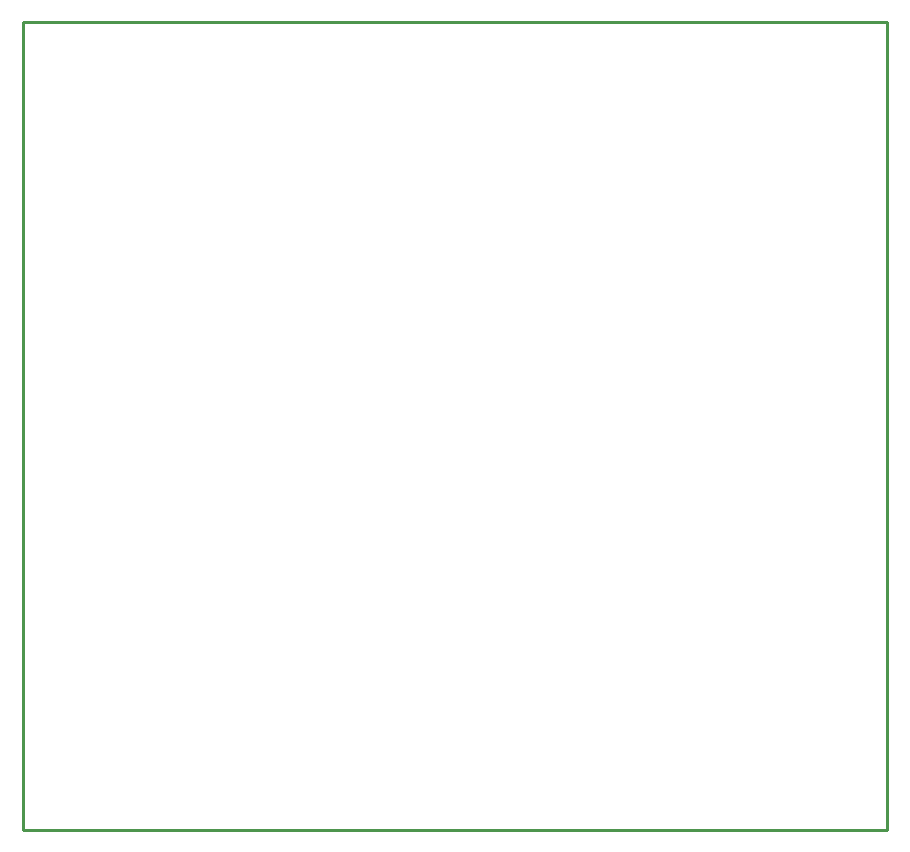
<source format=gbr>
%TF.GenerationSoftware,Altium Limited,Altium Designer,22.1.2 (22)*%
G04 Layer_Color=16711935*
%FSLAX45Y45*%
%MOMM*%
%TF.SameCoordinates,75F887D0-388D-4FE3-89EC-C00F4A92AC16*%
%TF.FilePolarity,Positive*%
%TF.FileFunction,Keep-out,Top*%
%TF.Part,Single*%
G01*
G75*
%TA.AperFunction,NonConductor*%
%ADD29C,0.25400*%
D29*
X10248900Y11823700D02*
X17564101D01*
X10248900D02*
X10248900Y4978400D01*
X17564101D01*
Y11823700D01*
%TF.MD5,e8356c64344ab591963e07204d352366*%
M02*

</source>
